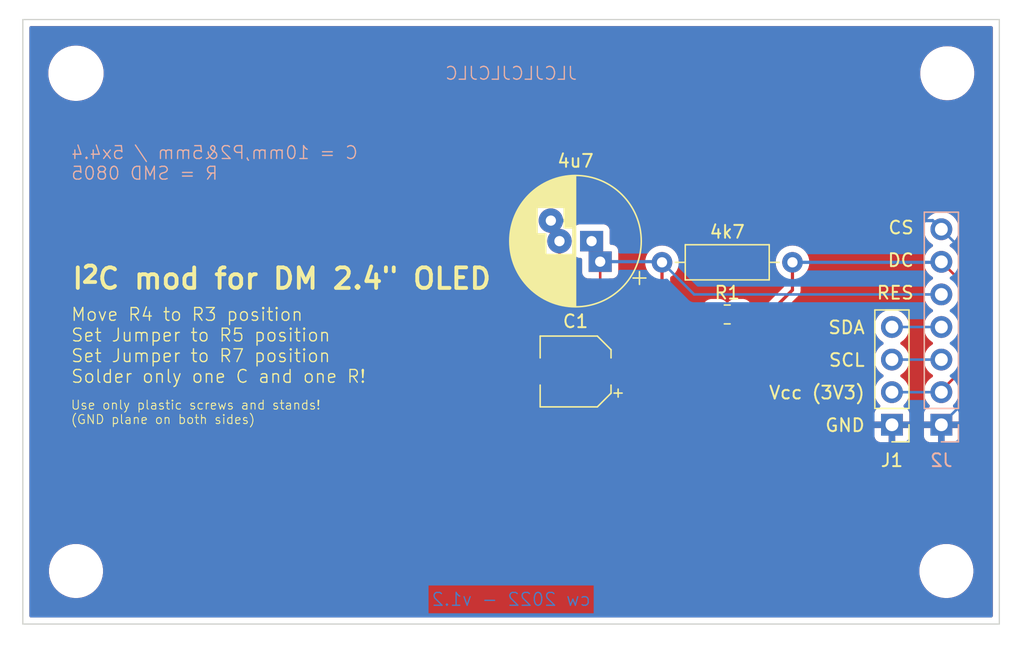
<source format=kicad_pcb>
(kicad_pcb (version 20220308) (generator pcbnew)
  (title_block (title "Aurora Display Extension Board (I^{2}C mod)") (date "2022-04-06") (rev "v1.2") (company "cw"))
  (layers (0 "F.Cu" signal) (31 "B.Cu" signal) (34 "B.Paste" user) (35 "F.Paste" user) (36 "B.SilkS" user "B.Silkscreen") (37 "F.SilkS" user "F.Silkscreen") (38 "B.Mask" user) (39 "F.Mask" user) (44 "Edge.Cuts" user))
  (net 0 "")
  (net 1 "GND")
  (footprint "Connector_PinHeader_2.54mm:PinHeader_1x04_P2.54mm_Vertical" (layer "F.Cu") (at 165.989 106.642 180)
    (fp_text reference "J1" (at 0 -2.77) (layer "F.SilkS"))
    (fp_text value "PinHeader_1x04_P2.54mm_Vertical" hide)
    (fp_line (start -1.33 -1.33) (end 0 -1.33) (stroke (width 0.12)) (layer "F.SilkS"))
    (fp_line (start -1.33 0) (end -1.33 -1.33) (stroke (width 0.12)) (layer "F.SilkS"))
    (fp_line (start -1.33 1.27) (end -1.33 8.95) (stroke (width 0.12)) (layer "F.SilkS"))
    (fp_line (start -1.33 1.27) (end 1.33 1.27) (stroke (width 0.12)) (layer "F.SilkS"))
    (fp_line (start -1.33 8.95) (end 1.33 8.95) (stroke (width 0.12)) (layer "F.SilkS"))
    (fp_line (start 1.33 1.27) (end 1.33 8.95) (stroke (width 0.12)) (layer "F.SilkS"))
    (pad "1" thru_hole rect locked (at 0 0 180) (size 1.7 1.7) (drill 1) (layers *.Cu *.Mask) (net 1 "GND"))
    (pad "2" thru_hole oval locked (at 0 2.54 180) (size 1.7 1.7) (drill 1) (layers *.Cu *.Mask))
    (pad "3" thru_hole oval locked (at 0 5.08 180) (size 1.7 1.7) (drill 1) (layers *.Cu *.Mask))
    (pad "4" thru_hole oval locked (at 0 7.62 180) (size 1.7 1.7) (drill 1) (layers *.Cu *.Mask))
  )
  (footprint "Resistor_SMD:R_0805_2012Metric" (layer "F.Cu") (at 153.162 98.044 180)
    (fp_text reference "R1" hide)
    (fp_text value "4k7" hide)
    (fp_line (start -0.227064 -0.735) (end 0.227064 -0.735) (stroke (width 0.12)) (layer "F.SilkS"))
    (fp_line (start -0.227064 0.735) (end 0.227064 0.735) (stroke (width 0.12)) (layer "F.SilkS"))
    (pad "1" smd roundrect locked (at -0.9125 0 180) (size 1.025 1.4) (layers "F.Cu" "F.Paste" "F.Mask") (roundrect_rratio 0.243902439))
    (pad "2" smd roundrect locked (at 0.9125 0 180) (size 1.025 1.4) (layers "F.Cu" "F.Paste" "F.Mask") (roundrect_rratio 0.243902439))
  )
  (footprint "MountingHole:MountingHole_3.2mm_M3" (layer "F.Cu") (at 170.299 79.242)
    (fp_text reference "REF**" hide)
    (fp_text value "MountingHole_3.2mm_M3" hide)
    (pad "" np_thru_hole circle locked (at 0 0) (size 3.2 3.2) (drill 3.2) (layers *.Cu *.Mask))
  )
  (footprint "MountingHole:MountingHole_3.2mm_M3" (layer "F.Cu") (at 102.439 118.042)
    (fp_text reference "REF**" hide)
    (fp_text value "MountingHole_3.2mm_M3" hide)
    (pad "" np_thru_hole circle locked (at 0 0) (size 3.2 3.2) (drill 3.2) (layers *.Cu *.Mask))
  )
  (footprint "Capacitor_THT:CP_Radial_D10.0mm_P2.50mm_P5.00mm" (layer "F.Cu") (at 142.595677 92.329 180)
    (fp_text reference "C1" (at 1.25 -6.25) (layer "F.SilkS"))
    (fp_text value "4u7" (at 1.25 6.25) (layer "F.SilkS"))
    (fp_line (start -4.229646 -2.875) (end -3.229646 -2.875) (stroke (width 0.12)) (layer "F.SilkS"))
    (fp_line (start -3.729646 -3.375) (end -3.729646 -2.375) (stroke (width 0.12)) (layer "F.SilkS"))
    (fp_line (start 1.25 -5.08) (end 1.25 5.08) (stroke (width 0.12)) (layer "F.SilkS"))
    (fp_line (start 1.29 -5.08) (end 1.29 5.08) (stroke (width 0.12)) (layer "F.SilkS"))
    (fp_line (start 1.33 -5.08) (end 1.33 5.08) (stroke (width 0.12)) (layer "F.SilkS"))
    (fp_line (start 1.37 -5.079) (end 1.37 5.079) (stroke (width 0.12)) (layer "F.SilkS"))
    (fp_line (start 1.41 -5.078) (end 1.41 5.078) (stroke (width 0.12)) (layer "F.SilkS"))
    (fp_line (start 1.45 -5.077) (end 1.45 5.077) (stroke (width 0.12)) (layer "F.SilkS"))
    (fp_line (start 1.49 -5.075) (end 1.49 -1.04) (stroke (width 0.12)) (layer "F.SilkS"))
    (fp_line (start 1.49 1.04) (end 1.49 5.075) (stroke (width 0.12)) (layer "F.SilkS"))
    (fp_line (start 1.53 -5.073) (end 1.53 -1.04) (stroke (width 0.12)) (layer "F.SilkS"))
    (fp_line (start 1.53 1.04) (end 1.53 5.073) (stroke (width 0.12)) (layer "F.SilkS"))
    (fp_line (start 1.57 -5.07) (end 1.57 -1.04) (stroke (width 0.12)) (layer "F.SilkS"))
    (fp_line (start 1.57 1.04) (end 1.57 5.07) (stroke (width 0.12)) (layer "F.SilkS"))
    (fp_line (start 1.61 -5.068) (end 1.61 -1.04) (stroke (width 0.12)) (layer "F.SilkS"))
    (fp_line (start 1.61 1.04) (end 1.61 5.068) (stroke (width 0.12)) (layer "F.SilkS"))
    (fp_line (start 1.65 -5.065) (end 1.65 -1.04) (stroke (width 0.12)) (layer "F.SilkS"))
    (fp_line (start 1.65 1.04) (end 1.65 5.065) (stroke (width 0.12)) (layer "F.SilkS"))
    (fp_line (start 1.69 -5.062) (end 1.69 -1.04) (stroke (width 0.12)) (layer "F.SilkS"))
    (fp_line (start 1.69 1.04) (end 1.69 5.062) (stroke (width 0.12)) (layer "F.SilkS"))
    (fp_line (start 1.73 -5.058) (end 1.73 -1.04) (stroke (width 0.12)) (layer "F.SilkS"))
    (fp_line (start 1.73 1.04) (end 1.73 5.058) (stroke (width 0.12)) (layer "F.SilkS"))
    (fp_line (start 1.77 -5.054) (end 1.77 -1.04) (stroke (width 0.12)) (layer "F.SilkS"))
    (fp_line (start 1.77 1.04) (end 1.77 5.054) (stroke (width 0.12)) (layer "F.SilkS"))
    (fp_line (start 1.81 -5.05) (end 1.81 -1.04) (stroke (width 0.12)) (layer "F.SilkS"))
    (fp_line (start 1.81 1.04) (end 1.81 5.05) (stroke (width 0.12)) (layer "F.SilkS"))
    (fp_line (start 1.85 -5.045) (end 1.85 -1.04) (stroke (width 0.12)) (layer "F.SilkS"))
    (fp_line (start 1.85 1.04) (end 1.85 5.045) (stroke (width 0.12)) (layer "F.SilkS"))
    (fp_line (start 1.89 -5.04) (end 1.89 -1.04) (stroke (width 0.12)) (layer "F.SilkS"))
    (fp_line (start 1.89 1.04) (end 1.89 5.04) (stroke (width 0.12)) (layer "F.SilkS"))
    (fp_line (start 1.93 -5.035) (end 1.93 -1.04) (stroke (width 0.12)) (layer "F.SilkS"))
    (fp_line (start 1.93 1.04) (end 1.93 5.035) (stroke (width 0.12)) (layer "F.SilkS"))
    (fp_line (start 1.971 -5.03) (end 1.971 -1.04) (stroke (width 0.12)) (layer "F.SilkS"))
    (fp_line (start 1.971 1.04) (end 1.971 5.03) (stroke (width 0.12)) (layer "F.SilkS"))
    (fp_line (start 2.011 -5.024) (end 2.011 -1.04) (stroke (width 0.12)) (layer "F.SilkS"))
    (fp_line (start 2.011 1.04) (end 2.011 5.024) (stroke (width 0.12)) (layer "F.SilkS"))
    (fp_line (start 2.051 -5.018) (end 2.051 -1.04) (stroke (width 0.12)) (layer "F.SilkS"))
    (fp_line (start 2.051 1.04) (end 2.051 5.018) (stroke (width 0.12)) (layer "F.SilkS"))
    (fp_line (start 2.091 -5.011) (end 2.091 -1.04) (stroke (width 0.12)) (layer "F.SilkS"))
    (fp_line (start 2.091 1.04) (end 2.091 5.011) (stroke (width 0.12)) (layer "F.SilkS"))
    (fp_line (start 2.131 -5.004) (end 2.131 -1.04) (stroke (width 0.12)) (layer "F.SilkS"))
    (fp_line (start 2.131 1.04) (end 2.131 5.004) (stroke (width 0.12)) (layer "F.SilkS"))
    (fp_line (start 2.171 -4.997) (end 2.171 -1.04) (stroke (width 0.12)) (layer "F.SilkS"))
    (fp_line (start 2.171 2.64) (end 2.171 4.997) (stroke (width 0.12)) (layer "F.SilkS"))
    (fp_line (start 2.211 -4.99) (end 2.211 -1.04) (stroke (width 0.12)) (layer "F.SilkS"))
    (fp_line (start 2.211 2.64) (end 2.211 4.99) (stroke (width 0.12)) (layer "F.SilkS"))
    (fp_line (start 2.251 -4.982) (end 2.251 -1.04) (stroke (width 0.12)) (layer "F.SilkS"))
    (fp_line (start 2.251 2.64) (end 2.251 4.982) (stroke (width 0.12)) (layer "F.SilkS"))
    (fp_line (start 2.291 -4.974) (end 2.291 -1.04) (stroke (width 0.12)) (layer "F.SilkS"))
    (fp_line (start 2.291 2.64) (end 2.291 4.974) (stroke (width 0.12)) (layer "F.SilkS"))
    (fp_line (start 2.331 -4.965) (end 2.331 -1.04) (stroke (width 0.12)) (layer "F.SilkS"))
    (fp_line (start 2.331 2.64) (end 2.331 4.965) (stroke (width 0.12)) (layer "F.SilkS"))
    (fp_line (start 2.371 -4.956) (end 2.371 -1.04) (stroke (width 0.12)) (layer "F.SilkS"))
    (fp_line (start 2.371 2.64) (end 2.371 4.956) (stroke (width 0.12)) (layer "F.SilkS"))
    (fp_line (start 2.411 -4.947) (end 2.411 -1.04) (stroke (width 0.12)) (layer "F.SilkS"))
    (fp_line (start 2.411 2.64) (end 2.411 4.947) (stroke (width 0.12)) (layer "F.SilkS"))
    (fp_line (start 2.451 -4.938) (end 2.451 -1.04) (stroke (width 0.12)) (layer "F.SilkS"))
    (fp_line (start 2.451 2.64) (end 2.451 4.938) (stroke (width 0.12)) (layer "F.SilkS"))
    (fp_line (start 2.491 -4.928) (end 2.491 -1.04) (stroke (width 0.12)) (layer "F.SilkS"))
    (fp_line (start 2.491 2.64) (end 2.491 4.928) (stroke (width 0.12)) (layer "F.SilkS"))
    (fp_line (start 2.531 -4.918) (end 2.531 -1.04) (stroke (width 0.12)) (layer "F.SilkS"))
    (fp_line (start 2.531 2.64) (end 2.531 4.918) (stroke (width 0.12)) (layer "F.SilkS"))
    (fp_line (start 2.571 -4.907) (end 2.571 -1.04) (stroke (width 0.12)) (layer "F.SilkS"))
    (fp_line (start 2.571 2.64) (end 2.571 4.907) (stroke (width 0.12)) (layer "F.SilkS"))
    (fp_line (start 2.611 -4.897) (end 2.611 -1.04) (stroke (width 0.12)) (layer "F.SilkS"))
    (fp_line (start 2.611 2.64) (end 2.611 4.897) (stroke (width 0.12)) (layer "F.SilkS"))
    (fp_line (start 2.651 -4.885) (end 2.651 -1.04) (stroke (width 0.12)) (layer "F.SilkS"))
    (fp_line (start 2.651 2.64) (end 2.651 4.885) (stroke (width 0.12)) (layer "F.SilkS"))
    (fp_line (start 2.691 -4.874) (end 2.691 -1.04) (stroke (width 0.12)) (layer "F.SilkS"))
    (fp_line (start 2.691 2.64) (end 2.691 4.874) (stroke (width 0.12)) (layer "F.SilkS"))
    (fp_line (start 2.731 -4.862) (end 2.731 -1.04) (stroke (width 0.12)) (layer "F.SilkS"))
    (fp_line (start 2.731 2.64) (end 2.731 4.862) (stroke (width 0.12)) (layer "F.SilkS"))
    (fp_line (start 2.771 -4.85) (end 2.771 -1.04) (stroke (width 0.12)) (layer "F.SilkS"))
    (fp_line (start 2.771 2.64) (end 2.771 4.85) (stroke (width 0.12)) (layer "F.SilkS"))
    (fp_line (start 2.811 -4.837) (end 2.811 -1.04) (stroke (width 0.12)) (layer "F.SilkS"))
    (fp_line (start 2.811 2.64) (end 2.811 4.837) (stroke (width 0.12)) (layer "F.SilkS"))
    (fp_line (start 2.851 -4.824) (end 2.851 -1.04) (stroke (width 0.12)) (layer "F.SilkS"))
    (fp_line (start 2.851 2.64) (end 2.851 4.824) (stroke (width 0.12)) (layer "F.SilkS"))
    (fp_line (start 2.891 -4.811) (end 2.891 -1.04) (stroke (width 0.12)) (layer "F.SilkS"))
    (fp_line (start 2.891 2.64) (end 2.891 4.811) (stroke (width 0.12)) (layer "F.SilkS"))
    (fp_line (start 2.931 -4.797) (end 2.931 -1.04) (stroke (width 0.12)) (layer "F.SilkS"))
    (fp_line (start 2.931 2.64) (end 2.931 4.797) (stroke (width 0.12)) (layer "F.SilkS"))
    (fp_line (start 2.971 -4.783) (end 2.971 -1.04) (stroke (width 0.12)) (layer "F.SilkS"))
    (fp_line (start 2.971 2.64) (end 2.971 4.783) (stroke (width 0.12)) (layer "F.SilkS"))
    (fp_line (start 3.011 -4.768) (end 3.011 -1.04) (stroke (width 0.12)) (layer "F.SilkS"))
    (fp_line (start 3.011 2.64) (end 3.011 4.768) (stroke (width 0.12)) (layer "F.SilkS"))
    (fp_line (start 3.051 -4.754) (end 3.051 -1.04) (stroke (width 0.12)) (layer "F.SilkS"))
    (fp_line (start 3.051 2.64) (end 3.051 4.754) (stroke (width 0.12)) (layer "F.SilkS"))
    (fp_line (start 3.091 -4.738) (end 3.091 -1.04) (stroke (width 0.12)) (layer "F.SilkS"))
    (fp_line (start 3.091 2.64) (end 3.091 4.738) (stroke (width 0.12)) (layer "F.SilkS"))
    (fp_line (start 3.131 -4.723) (end 3.131 -1.04) (stroke (width 0.12)) (layer "F.SilkS"))
    (fp_line (start 3.131 2.64) (end 3.131 4.723) (stroke (width 0.12)) (layer "F.SilkS"))
    (fp_line (start 3.171 -4.707) (end 3.171 -1.04) (stroke (width 0.12)) (layer "F.SilkS"))
    (fp_line (start 3.171 2.64) (end 3.171 4.707) (stroke (width 0.12)) (layer "F.SilkS"))
    (fp_line (start 3.211 -4.69) (end 3.211 -1.04) (stroke (width 0.12)) (layer "F.SilkS"))
    (fp_line (start 3.211 2.64) (end 3.211 4.69) (stroke (width 0.12)) (layer "F.SilkS"))
    (fp_line (start 3.251 -4.674) (end 3.251 -1.04) (stroke (width 0.12)) (layer "F.SilkS"))
    (fp_line (start 3.251 2.64) (end 3.251 4.674) (stroke (width 0.12)) (layer "F.SilkS"))
    (fp_line (start 3.291 -4.657) (end 3.291 -1.04) (stroke (width 0.12)) (layer "F.SilkS"))
    (fp_line (start 3.291 2.64) (end 3.291 4.657) (stroke (width 0.12)) (layer "F.SilkS"))
    (fp_line (start 3.331 -4.639) (end 3.331 -1.04) (stroke (width 0.12)) (layer "F.SilkS"))
    (fp_line (start 3.331 2.64) (end 3.331 4.639) (stroke (width 0.12)) (layer "F.SilkS"))
    (fp_line (start 3.371 -4.621) (end 3.371 -1.04) (stroke (width 0.12)) (layer "F.SilkS"))
    (fp_line (start 3.371 2.64) (end 3.371 4.621) (stroke (width 0.12)) (layer "F.SilkS"))
    (fp_line (start 3.411 -4.603) (end 3.411 -1.04) (stroke (width 0.12)) (layer "F.SilkS"))
    (fp_line (start 3.411 2.64) (end 3.411 4.603) (stroke (width 0.12)) (layer "F.SilkS"))
    (fp_line (start 3.451 -4.584) (end 3.451 -1.04) (stroke (width 0.12)) (layer "F.SilkS"))
    (fp_line (start 3.451 2.64) (end 3.451 4.584) (stroke (width 0.12)) (layer "F.SilkS"))
    (fp_line (start 3.491 -4.564) (end 3.491 -1.04) (stroke (width 0.12)) (layer "F.SilkS"))
    (fp_line (start 3.491 2.64) (end 3.491 4.564) (stroke (width 0.12)) (layer "F.SilkS"))
    (fp_line (start 3.531 -4.545) (end 3.531 -1.04) (stroke (width 0.12)) (layer "F.SilkS"))
    (fp_line (start 3.531 2.64) (end 3.531 4.545) (stroke (width 0.12)) (layer "F.SilkS"))
    (fp_line (start 3.571 -4.525) (end 3.571 0.56) (stroke (width 0.12)) (layer "F.SilkS"))
    (fp_line (start 3.571 2.64) (end 3.571 4.525) (stroke (width 0.12)) (layer "F.SilkS"))
    (fp_line (start 3.611 -4.504) (end 3.611 0.56) (stroke (width 0.12)) (layer "F.SilkS"))
    (fp_line (start 3.611 2.64) (end 3.611 4.504) (stroke (width 0.12)) (layer "F.SilkS"))
    (fp_line (start 3.651 -4.483) (end 3.651 0.56) (stroke (width 0.12)) (layer "F.SilkS"))
    (fp_line (start 3.651 2.64) (end 3.651 4.483) (stroke (width 0.12)) (layer "F.SilkS"))
    (fp_line (start 3.691 -4.462) (end 3.691 0.56) (stroke (width 0.12)) (layer "F.SilkS"))
    (fp_line (start 3.691 2.64) (end 3.691 4.462) (stroke (width 0.12)) (layer "F.SilkS"))
    (fp_line (start 3.731 -4.44) (end 3.731 0.56) (stroke (width 0.12)) (layer "F.SilkS"))
    (fp_line (start 3.731 2.64) (end 3.731 4.44) (stroke (width 0.12)) (layer "F.SilkS"))
    (fp_line (start 3.771 -4.417) (end 3.771 0.56) (stroke (width 0.12)) (layer "F.SilkS"))
    (fp_line (start 3.771 2.64) (end 3.771 4.417) (stroke (width 0.12)) (layer "F.SilkS"))
    (fp_line (start 3.811 -4.395) (end 3.811 0.56) (stroke (width 0.12)) (layer "F.SilkS"))
    (fp_line (start 3.811 2.64) (end 3.811 4.395) (stroke (width 0.12)) (layer "F.SilkS"))
    (fp_line (start 3.851 -4.371) (end 3.851 0.56) (stroke (width 0.12)) (layer "F.SilkS"))
    (fp_line (start 3.851 2.64) (end 3.851 4.371) (stroke (width 0.12)) (layer "F.SilkS"))
    (fp_line (start 3.891 -4.347) (end 3.891 0.56) (stroke (width 0.12)) (layer "F.SilkS"))
    (fp_line (start 3.891 2.64) (end 3.891 4.347) (stroke (width 0.12)) (layer "F.SilkS"))
    (fp_line (start 3.931 -4.323) (end 3.931 0.56) (stroke (width 0.12)) (layer "F.SilkS"))
    (fp_line (start 3.931 2.64) (end 3.931 4.323) (stroke (width 0.12)) (layer "F.SilkS"))
    (fp_line (start 3.971 -4.298) (end 3.971 0.56) (stroke (width 0.12)) (layer "F.SilkS"))
    (fp_line (start 3.971 2.64) (end 3.971 4.298) (stroke (width 0.12)) (layer "F.SilkS"))
    (fp_line (start 4.011 -4.273) (end 4.011 0.56) (stroke (width 0.12)) (layer "F.SilkS"))
    (fp_line (start 4.011 2.64) (end 4.011 4.273) (stroke (width 0.12)) (layer "F.SilkS"))
    (fp_line (start 4.051 -4.247) (end 4.051 0.56) (stroke (width 0.12)) (layer "F.SilkS"))
    (fp_line (start 4.051 2.64) (end 4.051 4.247) (stroke (width 0.12)) (layer "F.SilkS"))
    (fp_line (start 4.091 -4.221) (end 4.091 0.56) (stroke (width 0.12)) (layer "F.SilkS"))
    (fp_line (start 4.091 2.64) (end 4.091 4.221) (stroke (width 0.12)) (layer "F.SilkS"))
    (fp_line (start 4.131 -4.194) (end 4.131 0.56) (stroke (width 0.12)) (layer "F.SilkS"))
    (fp_line (start 4.131 2.64) (end 4.131 4.194) (stroke (width 0.12)) (layer "F.SilkS"))
    (fp_line (start 4.171 -4.166) (end 4.171 0.56) (stroke (width 0.12)) (layer "F.SilkS"))
    (fp_line (start 4.171 2.64) (end 4.171 4.166) (stroke (width 0.12)) (layer "F.SilkS"))
    (fp_line (start 4.211 -4.138) (end 4.211 0.56) (stroke (width 0.12)) (layer "F.SilkS"))
    (fp_line (start 4.211 2.64) (end 4.211 4.138) (stroke (width 0.12)) (layer "F.SilkS"))
    (fp_line (start 4.251 -4.11) (end 4.251 4.11) (stroke (width 0.12)) (layer "F.SilkS"))
    (fp_line (start 4.291 -4.08) (end 4.291 4.08) (stroke (width 0.12)) (layer "F.SilkS"))
    (fp_line (start 4.331 -4.05) (end 4.331 4.05) (stroke (width 0.12)) (layer "F.SilkS"))
    (fp_line (start 4.371 -4.02) (end 4.371 4.02) (stroke (width 0.12)) (layer "F.SilkS"))
    (fp_line (start 4.411 -3.989) (end 4.411 3.989) (stroke (width 0.12)) (layer "F.SilkS"))
    (fp_line (start 4.451 -3.957) (end 4.451 3.957) (stroke (width 0.12)) (layer "F.SilkS"))
    (fp_line (start 4.491 -3.925) (end 4.491 3.925) (stroke (width 0.12)) (layer "F.SilkS"))
    (fp_line (start 4.531 -3.892) (end 4.531 3.892) (stroke (width 0.12)) (layer "F.SilkS"))
    (fp_line (start 4.571 -3.858) (end 4.571 3.858) (stroke (width 0.12)) (layer "F.SilkS"))
    (fp_line (start 4.611 -3.824) (end 4.611 3.824) (stroke (width 0.12)) (layer "F.SilkS"))
    (fp_line (start 4.651 -3.789) (end 4.651 3.789) (stroke (width 0.12)) (layer "F.SilkS"))
    (fp_line (start 4.691 -3.753) (end 4.691 3.753) (stroke (width 0.12)) (layer "F.SilkS"))
    (fp_line (start 4.731 -3.716) (end 4.731 3.716) (stroke (width 0.12)) (layer "F.SilkS"))
    (fp_line (start 4.771 -3.679) (end 4.771 3.679) (stroke (width 0.12)) (layer "F.SilkS"))
    (fp_line (start 4.811 -3.64) (end 4.811 3.64) (stroke (width 0.12)) (layer "F.SilkS"))
    (fp_line (start 4.851 -3.601) (end 4.851 3.601) (stroke (width 0.12)) (layer "F.SilkS"))
    (fp_line (start 4.891 -3.561) (end 4.891 3.561) (stroke (width 0.12)) (layer "F.SilkS"))
    (fp_line (start 4.931 -3.52) (end 4.931 3.52) (stroke (width 0.12)) (layer "F.SilkS"))
    (fp_line (start 4.971 -3.478) (end 4.971 3.478) (stroke (width 0.12)) (layer "F.SilkS"))
    (fp_line (start 5.011 -3.436) (end 5.011 3.436) (stroke (width 0.12)) (layer "F.SilkS"))
    (fp_line (start 5.051 -3.392) (end 5.051 3.392) (stroke (width 0.12)) (layer "F.SilkS"))
    (fp_line (start 5.091 -3.347) (end 5.091 3.347) (stroke (width 0.12)) (layer "F.SilkS"))
    (fp_line (start 5.131 -3.301) (end 5.131 3.301) (stroke (width 0.12)) (layer "F.SilkS"))
    (fp_line (start 5.171 -3.254) (end 5.171 3.254) (stroke (width 0.12)) (layer "F.SilkS"))
    (fp_line (start 5.211 -3.206) (end 5.211 3.206) (stroke (width 0.12)) (layer "F.SilkS"))
    (fp_line (start 5.251 -3.156) (end 5.251 3.156) (stroke (width 0.12)) (layer "F.SilkS"))
    (fp_line (start 5.291 -3.106) (end 5.291 3.106) (stroke (width 0.12)) (layer "F.SilkS"))
    (fp_line (start 5.331 -3.054) (end 5.331 3.054) (stroke (width 0.12)) (layer "F.SilkS"))
    (fp_line (start 5.371 -3) (end 5.371 3) (stroke (width 0.12)) (layer "F.SilkS"))
    (fp_line (start 5.411 -2.945) (end 5.411 2.945) (stroke (width 0.12)) (layer "F.SilkS"))
    (fp_line (start 5.451 -2.889) (end 5.451 2.889) (stroke (width 0.12)) (layer "F.SilkS"))
    (fp_line (start 5.491 -2.83) (end 5.491 2.83) (stroke (width 0.12)) (layer "F.SilkS"))
    (fp_line (start 5.531 -2.77) (end 5.531 2.77) (stroke (width 0.12)) (layer "F.SilkS"))
    (fp_line (start 5.571 -2.709) (end 5.571 2.709) (stroke (width 0.12)) (layer "F.SilkS"))
    (fp_line (start 5.611 -2.645) (end 5.611 2.645) (stroke (width 0.12)) (layer "F.SilkS"))
    (fp_line (start 5.651 -2.579) (end 5.651 2.579) (stroke (width 0.12)) (layer "F.SilkS"))
    (fp_line (start 5.691 -2.51) (end 5.691 2.51) (stroke (width 0.12)) (layer "F.SilkS"))
    (fp_line (start 5.731 -2.439) (end 5.731 2.439) (stroke (width 0.12)) (layer "F.SilkS"))
    (fp_line (start 5.771 -2.365) (end 5.771 2.365) (stroke (width 0.12)) (layer "F.SilkS"))
    (fp_line (start 5.811 -2.289) (end 5.811 2.289) (stroke (width 0.12)) (layer "F.SilkS"))
    (fp_line (start 5.851 -2.209) (end 5.851 2.209) (stroke (width 0.12)) (layer "F.SilkS"))
    (fp_line (start 5.891 -2.125) (end 5.891 2.125) (stroke (width 0.12)) (layer "F.SilkS"))
    (fp_line (start 5.931 -2.037) (end 5.931 2.037) (stroke (width 0.12)) (layer "F.SilkS"))
    (fp_line (start 5.971 -1.944) (end 5.971 1.944) (stroke (width 0.12)) (layer "F.SilkS"))
    (fp_line (start 6.011 -1.846) (end 6.011 1.846) (stroke (width 0.12)) (layer "F.SilkS"))
    (fp_line (start 6.051 -1.742) (end 6.051 1.742) (stroke (width 0.12)) (layer "F.SilkS"))
    (fp_line (start 6.091 -1.63) (end 6.091 1.63) (stroke (width 0.12)) (layer "F.SilkS"))
    (fp_line (start 6.131 -1.51) (end 6.131 1.51) (stroke (width 0.12)) (layer "F.SilkS"))
    (fp_line (start 6.171 -1.378) (end 6.171 1.378) (stroke (width 0.12)) (layer "F.SilkS"))
    (fp_line (start 6.211 -1.23) (end 6.211 1.23) (stroke (width 0.12)) (layer "F.SilkS"))
    (fp_line (start 6.251 -1.062) (end 6.251 1.062) (stroke (width 0.12)) (layer "F.SilkS"))
    (fp_line (start 6.291 -0.862) (end 6.291 0.862) (stroke (width 0.12)) (layer "F.SilkS"))
    (fp_line (start 6.331 -0.599) (end 6.331 0.599) (stroke (width 0.12)) (layer "F.SilkS"))
    (fp_circle (center 1.25 0) (end 6.37 0) (stroke (width 0.12)) (fill none) (layer "F.SilkS"))
    (pad "1" thru_hole rect locked (at -0.670937 -1.6 180) (size 1.8 1.6) (drill 0.8) (layers *.Cu *.Mask))
    (pad "1" thru_hole rect locked (at 0 0 180) (size 1.8 1.6) (drill 0.8) (layers *.Cu *.Mask))
    (pad "2" thru_hole circle locked (at 2.5 0 180) (size 1.9 1.9) (drill 0.8) (layers *.Cu *.Mask))
    (pad "2" thru_hole circle locked (at 3.170937 1.6 180) (size 1.9 1.9) (drill 0.8) (layers *.Cu *.Mask))
  )
  (footprint "Resistor_THT:R_Axial_DIN0207_L6.3mm_D2.5mm_P10.16mm_Horizontal" (layer "F.Cu") (at 158.242 93.98 180)
    (fp_text reference "R1" (at 5.08 -2.37) (layer "F.SilkS"))
    (fp_text value "4k7" (at 5.08 2.37) (layer "F.SilkS"))
    (fp_line (start 1.04 0) (end 1.81 0) (stroke (width 0.12)) (layer "F.SilkS"))
    (fp_line (start 1.81 -1.37) (end 1.81 1.37) (stroke (width 0.12)) (layer "F.SilkS"))
    (fp_line (start 1.81 1.37) (end 8.35 1.37) (stroke (width 0.12)) (layer "F.SilkS"))
    (fp_line (start 8.35 -1.37) (end 1.81 -1.37) (stroke (width 0.12)) (layer "F.SilkS"))
    (fp_line (start 8.35 1.37) (end 8.35 -1.37) (stroke (width 0.12)) (layer "F.SilkS"))
    (fp_line (start 9.12 0) (end 8.35 0) (stroke (width 0.12)) (layer "F.SilkS"))
    (pad "1" thru_hole circle locked (at 0 0 180) (size 1.6 1.6) (drill 0.8) (layers *.Cu *.Mask))
    (pad "2" thru_hole oval locked (at 10.16 0 180) (size 1.6 1.6) (drill 0.8) (layers *.Cu *.Mask))
  )
  (footprint "MountingHole:MountingHole_3.2mm_M3" (layer "F.Cu") (at 102.439 79.242)
    (fp_text reference "REF**" hide)
    (fp_text value "MountingHole_3.2mm_M3" hide)
    (pad "" np_thru_hole circle locked (at 0 0) (size 3.2 3.2) (drill 3.3) (layers F&B.Cu *.Mask))
  )
  (footprint "MountingHole:MountingHole_3.2mm_M3" (layer "F.Cu") (at 170.229 118.042)
    (fp_text reference "REF**" hide)
    (fp_text value "MountingHole_3.2mm_M3" hide)
    (pad "" np_thru_hole circle locked (at 0 0) (size 3.2 3.2) (drill 3.2) (layers *.Cu *.Mask))
  )
  (footprint "Capacitor_SMD:CP_Elec_5x4.4" (layer "F.Cu") (at 141.351 102.489 180)
    (fp_text reference "c1" hide)
    (fp_text value "CP_Elec_5x4.4" hide)
    (fp_line (start -3.625 -1.685) (end -3 -1.685) (stroke (width 0.12)) (layer "F.SilkS"))
    (fp_line (start -3.3125 -1.9975) (end -3.3125 -1.3725) (stroke (width 0.12)) (layer "F.SilkS"))
    (fp_line (start -2.76 -1.695563) (end -2.76 -1.06) (stroke (width 0.12)) (layer "F.SilkS"))
    (fp_line (start -2.76 -1.695563) (end -1.695563 -2.76) (stroke (width 0.12)) (layer "F.SilkS"))
    (fp_line (start -2.76 1.695563) (end -2.76 1.06) (stroke (width 0.12)) (layer "F.SilkS"))
    (fp_line (start -2.76 1.695563) (end -1.695563 2.76) (stroke (width 0.12)) (layer "F.SilkS"))
    (fp_line (start -1.695563 -2.76) (end 2.76 -2.76) (stroke (width 0.12)) (layer "F.SilkS"))
    (fp_line (start -1.695563 2.76) (end 2.76 2.76) (stroke (width 0.12)) (layer "F.SilkS"))
    (fp_line (start 2.76 -2.76) (end 2.76 -1.06) (stroke (width 0.12)) (layer "F.SilkS"))
    (fp_line (start 2.76 2.76) (end 2.76 1.06) (stroke (width 0.12)) (layer "F.SilkS"))
    (pad "1" smd roundrect locked (at -2.2 0 180) (size 3 1.6) (layers "F.Cu" "F.Paste" "F.Mask") (roundrect_rratio 0.15625))
    (pad "2" smd roundrect locked (at 2.2 0 180) (size 3 1.6) (layers "F.Cu" "F.Paste" "F.Mask") (roundrect_rratio 0.15625))
  )
  (footprint "Connector_PinSocket_2.54mm:PinSocket_1x07_P2.54mm_Vertical" (layer "B.Cu") (at 169.839 106.642)
    (fp_text reference "J2" (at 0 2.77) (layer "B.SilkS") (effects (justify mirror)))
    (fp_text value "PinSocket_1x07_P2.54mm_Vertical" hide)
    (fp_line (start -1.33 -16.57) (end 1.33 -16.57) (stroke (width 0.12)) (layer "B.SilkS"))
    (fp_line (start -1.33 -1.27) (end -1.33 -16.57) (stroke (width 0.12)) (layer "B.SilkS"))
    (fp_line (start -1.33 -1.27) (end 1.33 -1.27) (stroke (width 0.12)) (layer "B.SilkS"))
    (fp_line (start 0 1.33) (end 1.33 1.33) (stroke (width 0.12)) (layer "B.SilkS"))
    (fp_line (start 1.33 -1.27) (end 1.33 -16.57) (stroke (width 0.12)) (layer "B.SilkS"))
    (fp_line (start 1.33 1.33) (end 1.33 0) (stroke (width 0.12)) (layer "B.SilkS"))
    (pad "1" thru_hole rect locked (at 0 0) (size 1.7 1.7) (drill 1) (layers *.Cu *.Mask) (net 1 "GND"))
    (pad "2" thru_hole oval locked (at 0 -2.54) (size 1.7 1.7) (drill 1) (layers *.Cu *.Mask))
    (pad "3" thru_hole oval locked (at 0 -5.08) (size 1.7 1.7) (drill 1) (layers *.Cu *.Mask))
    (pad "4" thru_hole oval locked (at 0 -7.62) (size 1.7 1.7) (drill 1) (layers *.Cu *.Mask))
    (pad "5" thru_hole oval locked (at 0 -10.16) (size 1.7 1.7) (drill 1) (layers *.Cu *.Mask))
    (pad "6" thru_hole oval locked (at 0 -12.7) (size 1.7 1.7) (drill 1) (layers *.Cu *.Mask))
    (pad "7" thru_hole oval locked (at 0 -15.24) (size 1.7 1.7) (drill 1) (layers *.Cu *.Mask))
  )
  (gr_line (start 98.298 75.057) (end 174.355 75.057) (stroke (width 0.1)) (layer "Edge.Cuts"))
  (gr_line (start 98.298 122.174) (end 174.355 122.174) (stroke (width 0.1)) (layer "Edge.Cuts"))
  (gr_line (start 98.298 75.057) (end 98.298 122.174) (stroke (width 0.1)) (layer "Edge.Cuts"))
  (gr_line (start 174.355 75.057) (end 174.355 122.174) (stroke (width 0.1)) (layer "Edge.Cuts"))
  (gr_text "cw 2022 - v1.2" (at 136.33 120.252244) (layer "B.Cu") (effects (font (size 1 1) (thickness 0.1)) (justify mirror)))
  (gr_text "JLCJLCJLCJLC" (at 136.33 79.248) (layer "B.SilkS") (effects (font (size 1 1) (thickness 0.1)) (justify mirror)))
  (gr_text "C = 10mm,P2&5mm / 5x4.4\nR = SMD 0805" (at 102 86.233) (layer "B.SilkS") (effects (font (size 1 1) (thickness 0.1)) (justify right mirror)))
  (gr_text "RES" (at 167.776 96.356) (layer "F.SilkS") (effects (font (size 1 1)) (justify right)))
  (gr_text "I^{2}C mod for DM 2.4{dblquote} OLED" (at 102 95.25) (layer "F.SilkS") (effects (font (size 1.6 1.6) (thickness 0.3) bold) (justify left)))
  (gr_text "Vcc (3V3)" (at 163.957 104.14) (layer "F.SilkS") (effects (font (size 1 1)) (justify right)))
  (gr_text "Use only plastic screws and stands!\n(GND plane on both sides)" (at 102 105.664) (layer "F.SilkS") (effects (font (size 0.7 0.7) (thickness 0.075)) (justify left)))
  (gr_text "GND" (at 163.957 106.68) (layer "F.SilkS") (effects (font (size 1 1)) (justify right)))
  (gr_text "SDA" (at 163.957 99.06) (layer "F.SilkS") (effects (font (size 1 1)) (justify right)))
  (gr_text "CS" (at 167.776 91.276) (layer "F.SilkS") (effects (font (size 1 1)) (justify right)))
  (gr_text "Move R4 to R3 position\nSet Jumper to R5 position\nSet Jumper to R7 position\nSolder only one C and one R!" (at 102 100.457) (layer "F.SilkS") (effects (font (size 1 1) (thickness 0.1)) (justify left)))
  (gr_text "SCL" (at 163.957 101.6) (layer "F.SilkS") (effects (font (size 1 1)) (justify right)))
  (gr_text "DC" (at 167.776 93.816) (layer "F.SilkS") (effects (font (size 1 1)) (justify right)))
  (segment (start 154.0745 98.044) (end 156.337 98.044) (width 0.25) (layer "F.Cu") (net 0))
  (segment (start 171.45 95.553) (end 169.839 93.942) (width 0.2) (layer "F.Cu") (net 0))
  (segment (start 171.45 102.362) (end 171.45 95.553) (width 0.2) (layer "F.Cu") (net 0))
  (segment (start 152.2495 98.044) (end 150.114 98.044) (width 0.25) (layer "F.Cu") (net 0))
  (segment (start 142.595677 93.258063) (end 143.266614 93.929) (width 0.2) (layer "F.Cu") (net 0))
  (segment (start 156.337 98.044) (end 158.242 96.139) (width 0.25) (layer "F.Cu") (net 0))
  (segment (start 150.114 98.044) (end 148.082 96.012) (width 0.25) (layer "F.Cu") (net 0))
  (segment (start 169.7555 104.0565) (end 171.45 102.362) (width 0.2) (layer "F.Cu") (net 0))
  (segment (start 143.551 102.489) (end 143.266614 102.204614) (width 0.2) (layer "F.Cu") (net 0))
  (segment (start 143.266614 102.204614) (end 143.266614 93.929) (width 0.2) (layer "F.Cu") (net 0))
  (segment (start 142.595677 92.329) (end 142.595677 93.258063) (width 0.2) (layer "F.Cu") (net 0))
  (segment (start 158.242 96.139) (end 158.242 93.98) (width 0.25) (layer "F.Cu") (net 0))
  (segment (start 148.082 96.012) (end 148.082 93.98) (width 0.25) (layer "F.Cu") (net 0))
  (segment (start 150.584 96.482) (end 148.082 93.98) (width 0.2) (layer "B.Cu") (net 0))
  (segment (start 165.989 99.022) (end 169.839 99.022) (width 0.2) (layer "B.Cu") (net 0))
  (segment (start 169.801 93.98) (end 169.839 93.942) (width 0.25) (layer "B.Cu") (net 0))
  (segment (start 165.989 101.562) (end 169.839 101.562) (width 0.2) (layer "B.Cu") (net 0))
  (segment (start 165.989 104.102) (end 169.839 104.102) (width 0.2) (layer "B.Cu") (net 0))
  (segment (start 143.266614 93.929) (end 148.031 93.929) (width 0.25) (layer "B.Cu") (net 0))
  (segment (start 158.242 93.98) (end 169.801 93.98) (width 0.25) (layer "B.Cu") (net 0))
  (segment (start 169.839 96.482) (end 150.584 96.482) (width 0.2) (layer "B.Cu") (net 0))
  (segment (start 148.031 93.929) (end 148.082 93.98) (width 0.25) (layer "B.Cu") (net 0))
  (segment (start 140.095677 101.544323) (end 140.095677 92.329) (width 0.2) (layer "F.Cu") (net 1))
  (segment (start 139.42474 91.658063) (end 140.095677 92.329) (width 0.2) (layer "F.Cu") (net 1))
  (segment (start 139.151 102.489) (end 140.095677 101.544323) (width 0.2) (layer "F.Cu") (net 1))
  (segment (start 139.42474 90.729) (end 139.42474 91.658063) (width 0.2) (layer "F.Cu") (net 1))
  (segment (start 171.45 105.031) (end 169.839 106.642) (width 0.2) (layer "B.Cu") (net 1))
  (segment (start 165.989 106.642) (end 169.839 106.642) (width 0.2) (layer "B.Cu") (net 1))
  (segment (start 169.839 91.402) (end 171.45 93.013) (width 0.2) (layer "B.Cu") (net 1))
  (segment (start 139.42474 90.729) (end 169.166 90.729) (width 0.25) (layer "B.Cu") (net 1))
  (segment (start 169.166 90.729) (end 169.839 91.402) (width 0.25) (layer "B.Cu") (net 1))
  (segment (start 171.45 93.013) (end 171.45 105.031) (width 0.2) (layer "B.Cu") (net 1))
  (zone (net 1) (net_name "GND") (layers F&B.Cu) (name "GND") (connect_pads (clearance 0.508)) (min_thickness 0.254) (fill yes (thermal_gap 0.508) (thermal_bridge_width 0.508))
    (polygon (pts (xy 176.276 123.825) (xy 96.52 123.952) (xy 96.52 73.66) (xy 175.514 73.533)))
  )
)
</source>
